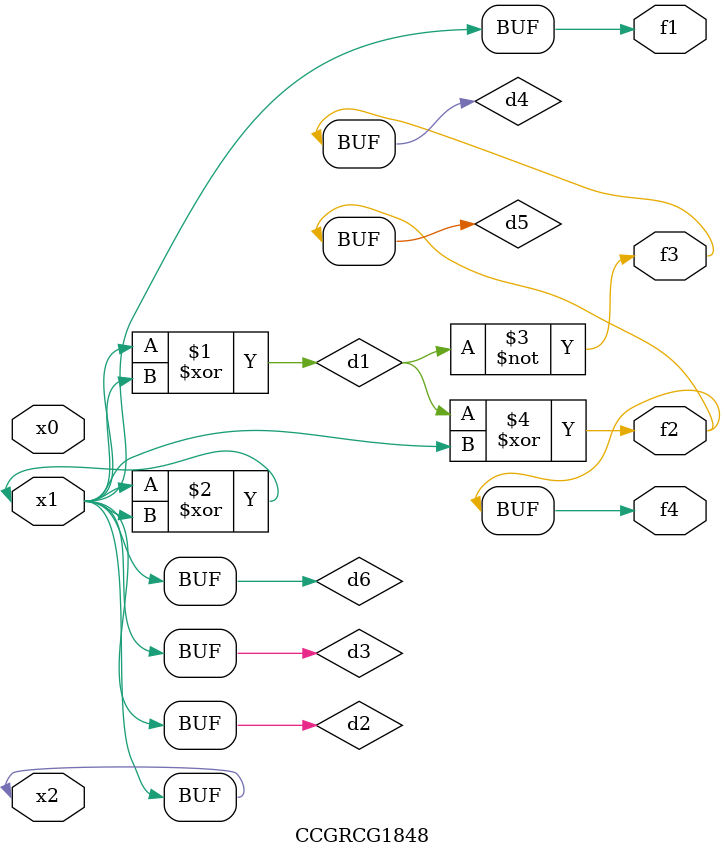
<source format=v>
module CCGRCG1848(
	input x0, x1, x2,
	output f1, f2, f3, f4
);

	wire d1, d2, d3, d4, d5, d6;

	xor (d1, x1, x2);
	buf (d2, x1, x2);
	xor (d3, x1, x2);
	nor (d4, d1);
	xor (d5, d1, d2);
	buf (d6, d2, d3);
	assign f1 = d6;
	assign f2 = d5;
	assign f3 = d4;
	assign f4 = d5;
endmodule

</source>
